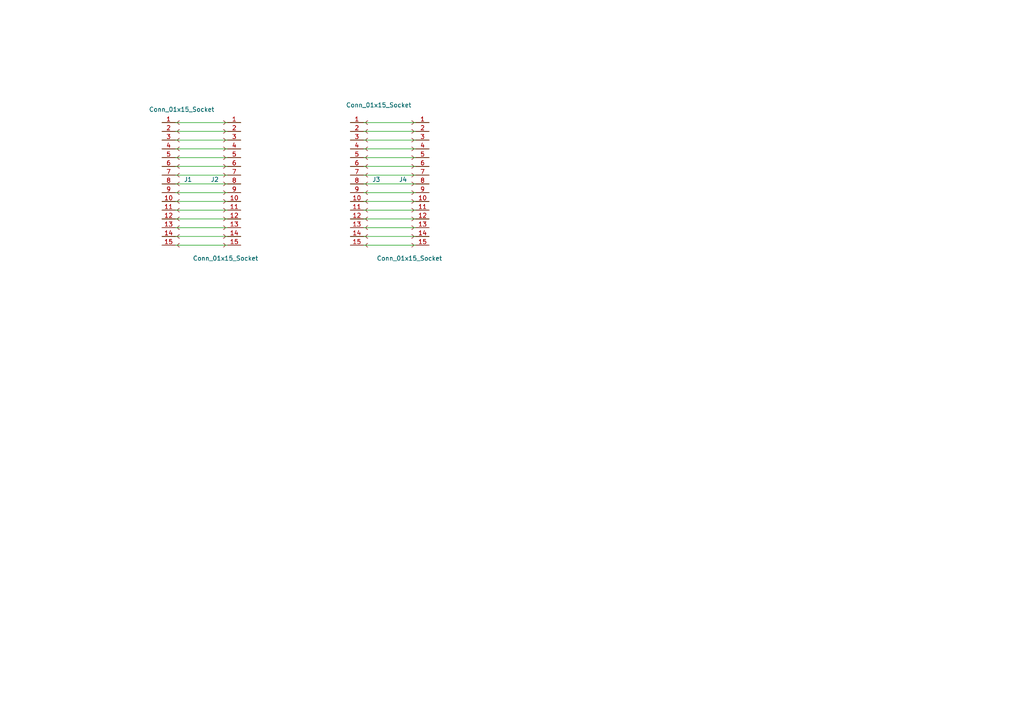
<source format=kicad_sch>
(kicad_sch (version 20230121) (generator eeschema)
  (paper "A4")
  (title_block (title "30 Pin NodeMCU32 to NodeMCU 8266 Adapter") (date "2023-09-17") (rev "0") (company "PDX Hackerspace") (comment 1 "Public domain, no license or liability implied"))
  (lib_symbols
    (symbol "Connector:Conn_01x15_Socket" (pin_names (offset 1.016) hide)
      (property "Reference" "J" (at 0 20.32 0))
      (property "Value" "Conn_01x15_Socket" (at 0 -20.32 0))
      (symbol "Conn_01x15_Socket_1_1"
        (arc (start 0 -17.272) (mid -0.5058 -17.78) (end 0 -18.288) (stroke (width 0.1524)))
        (arc (start 0 -14.732) (mid -0.5058 -15.24) (end 0 -15.748) (stroke (width 0.1524)))
        (arc (start 0 -12.192) (mid -0.5058 -12.7) (end 0 -13.208) (stroke (width 0.1524)))
        (arc (start 0 -9.652) (mid -0.5058 -10.16) (end 0 -10.668) (stroke (width 0.1524)))
        (arc (start 0 -7.112) (mid -0.5058 -7.62) (end 0 -8.128) (stroke (width 0.1524)))
        (arc (start 0 -4.572) (mid -0.5058 -5.08) (end 0 -5.588) (stroke (width 0.1524)))
        (arc (start 0 -2.032) (mid -0.5058 -2.54) (end 0 -3.048) (stroke (width 0.1524)))
        (polyline (pts (xy -1.27 -17.78) (xy -0.508 -17.78)) (stroke (width 0.1524)))
        (polyline (pts (xy -1.27 -15.24) (xy -0.508 -15.24)) (stroke (width 0.1524)))
        (polyline (pts (xy -1.27 -12.7) (xy -0.508 -12.7)) (stroke (width 0.1524)))
        (polyline (pts (xy -1.27 -10.16) (xy -0.508 -10.16)) (stroke (width 0.1524)))
        (polyline (pts (xy -1.27 -7.62) (xy -0.508 -7.62)) (stroke (width 0.1524)))
        (polyline (pts (xy -1.27 -5.08) (xy -0.508 -5.08)) (stroke (width 0.1524)))
        (polyline (pts (xy -1.27 -2.54) (xy -0.508 -2.54)) (stroke (width 0.1524)))
        (polyline (pts (xy -1.27 0) (xy -0.508 0)) (stroke (width 0.1524)))
        (polyline (pts (xy -1.27 2.54) (xy -0.508 2.54)) (stroke (width 0.1524)))
        (polyline (pts (xy -1.27 5.08) (xy -0.508 5.08)) (stroke (width 0.1524)))
        (polyline (pts (xy -1.27 7.62) (xy -0.508 7.62)) (stroke (width 0.1524)))
        (polyline (pts (xy -1.27 10.16) (xy -0.508 10.16)) (stroke (width 0.1524)))
        (polyline (pts (xy -1.27 12.7) (xy -0.508 12.7)) (stroke (width 0.1524)))
        (polyline (pts (xy -1.27 15.24) (xy -0.508 15.24)) (stroke (width 0.1524)))
        (polyline (pts (xy -1.27 17.78) (xy -0.508 17.78)) (stroke (width 0.1524)))
        (arc (start 0 0.508) (mid -0.5058 0) (end 0 -0.508) (stroke (width 0.1524)))
        (arc (start 0 3.048) (mid -0.5058 2.54) (end 0 2.032) (stroke (width 0.1524)))
        (arc (start 0 5.588) (mid -0.5058 5.08) (end 0 4.572) (stroke (width 0.1524)))
        (arc (start 0 8.128) (mid -0.5058 7.62) (end 0 7.112) (stroke (width 0.1524)))
        (arc (start 0 10.668) (mid -0.5058 10.16) (end 0 9.652) (stroke (width 0.1524)))
        (arc (start 0 13.208) (mid -0.5058 12.7) (end 0 12.192) (stroke (width 0.1524)))
        (arc (start 0 15.748) (mid -0.5058 15.24) (end 0 14.732) (stroke (width 0.1524)))
        (arc (start 0 18.288) (mid -0.5058 17.78) (end 0 17.272) (stroke (width 0.1524)))
        (pin passive line (at -5.08 17.78 0) (length 3.81) (name "Pin_1") (number "1"))
        (pin passive line (at -5.08 -5.08 0) (length 3.81) (name "Pin_10") (number "10"))
        (pin passive line (at -5.08 -7.62 0) (length 3.81) (name "Pin_11") (number "11"))
        (pin passive line (at -5.08 -10.16 0) (length 3.81) (name "Pin_12") (number "12"))
        (pin passive line (at -5.08 -12.7 0) (length 3.81) (name "Pin_13") (number "13"))
        (pin passive line (at -5.08 -15.24 0) (length 3.81) (name "Pin_14") (number "14"))
        (pin passive line (at -5.08 -17.78 0) (length 3.81) (name "Pin_15") (number "15"))
        (pin passive line (at -5.08 15.24 0) (length 3.81) (name "Pin_2") (number "2"))
        (pin passive line (at -5.08 12.7 0) (length 3.81) (name "Pin_3") (number "3"))
        (pin passive line (at -5.08 10.16 0) (length 3.81) (name "Pin_4") (number "4"))
        (pin passive line (at -5.08 7.62 0) (length 3.81) (name "Pin_5") (number "5"))
        (pin passive line (at -5.08 5.08 0) (length 3.81) (name "Pin_6") (number "6"))
        (pin passive line (at -5.08 2.54 0) (length 3.81) (name "Pin_7") (number "7"))
        (pin passive line (at -5.08 0 0) (length 3.81) (name "Pin_8") (number "8"))
        (pin passive line (at -5.08 -2.54 0) (length 3.81) (name "Pin_9") (number "9"))
      )
    )
  )
  (wire (pts (xy 101.6 35.56) (xy 124.46 35.56)))
  (wire (pts (xy 46.99 45.72) (xy 69.85 45.72)))
  (wire (pts (xy 46.99 60.96) (xy 69.85 60.96)))
  (wire (pts (xy 101.6 48.26) (xy 124.46 48.26)))
  (wire (pts (xy 46.99 35.56) (xy 69.85 35.56)))
  (wire (pts (xy 46.99 68.58) (xy 69.85 68.58)))
  (wire (pts (xy 46.99 71.12) (xy 69.85 71.12)))
  (wire (pts (xy 101.6 60.96) (xy 124.46 60.96)))
  (wire (pts (xy 46.99 53.34) (xy 69.85 53.34)))
  (wire (pts (xy 101.6 63.5) (xy 124.46 63.5)))
  (wire (pts (xy 46.99 43.18) (xy 69.85 43.18)))
  (wire (pts (xy 46.99 40.64) (xy 69.85 40.64)))
  (wire (pts (xy 101.6 68.58) (xy 124.46 68.58)))
  (wire (pts (xy 101.6 40.64) (xy 124.46 40.64)))
  (wire (pts (xy 46.99 38.1) (xy 69.85 38.1)))
  (wire (pts (xy 101.6 71.12) (xy 124.46 71.12)))
  (wire (pts (xy 46.99 63.5) (xy 69.85 63.5)))
  (wire (pts (xy 46.99 58.42) (xy 69.85 58.42)))
  (wire (pts (xy 46.99 66.04) (xy 69.85 66.04)))
  (wire (pts (xy 101.6 58.42) (xy 124.46 58.42)))
  (wire (pts (xy 101.6 66.04) (xy 124.46 66.04)))
  (wire (pts (xy 101.6 55.88) (xy 124.46 55.88)))
  (wire (pts (xy 101.6 45.72) (xy 124.46 45.72)))
  (wire (pts (xy 101.6 50.8) (xy 124.46 50.8)))
  (wire (pts (xy 46.99 48.26) (xy 69.85 48.26)))
  (wire (pts (xy 101.6 38.1) (xy 124.46 38.1)))
  (wire (pts (xy 46.99 55.88) (xy 69.85 55.88)))
  (wire (pts (xy 101.6 43.18) (xy 124.46 43.18)))
  (wire (pts (xy 46.99 50.8) (xy 69.85 50.8)))
  (wire (pts (xy 101.6 53.34) (xy 124.46 53.34)))
  (symbol (lib_id "Connector:Conn_01x15_Socket") (at 106.68 53.34 0) (unit 1)
    (property "Reference" "J3" (at 107.95 52.07 0) (effects (justify left)))
    (property "Value" "Conn_01x15_Socket" (at 100.33 30.48 0) (effects (justify left)))
    (property "Footprint" "Connector_PinSocket_2.54mm:PinSocket_1x15_P2.54mm_Vertical" (effects hide))
  )
  (symbol (lib_id "Connector:Conn_01x15_Socket") (at 64.77 53.34 0) (mirror y) (unit 1)
    (property "Reference" "J2" (at 63.5 52.07 0) (effects (justify left)))
    (property "Value" "Conn_01x15_Socket" (at 74.93 74.93 0) (effects (justify left)))
    (property "Footprint" "Connector_PinSocket_2.54mm:PinSocket_1x15_P2.54mm_Vertical" (effects hide))
  )
  (symbol (lib_id "Connector:Conn_01x15_Socket") (at 119.38 53.34 0) (mirror y) (unit 1)
    (property "Reference" "J4" (at 118.11 52.07 0) (effects (justify left)))
    (property "Value" "Conn_01x15_Socket" (at 128.27 74.93 0) (effects (justify left)))
    (property "Footprint" "Connector_PinSocket_2.54mm:PinSocket_1x15_P2.54mm_Vertical" (effects hide))
  )
  (symbol (lib_id "Connector:Conn_01x15_Socket") (at 52.07 53.34 0) (unit 1)
    (property "Reference" "J1" (at 53.34 52.07 0) (effects (justify left)))
    (property "Value" "Conn_01x15_Socket" (at 43.18 31.75 0) (effects (justify left)))
    (property "Footprint" "Connector_PinSocket_2.54mm:PinSocket_1x15_P2.54mm_Vertical" (effects hide))
  )
)
</source>
